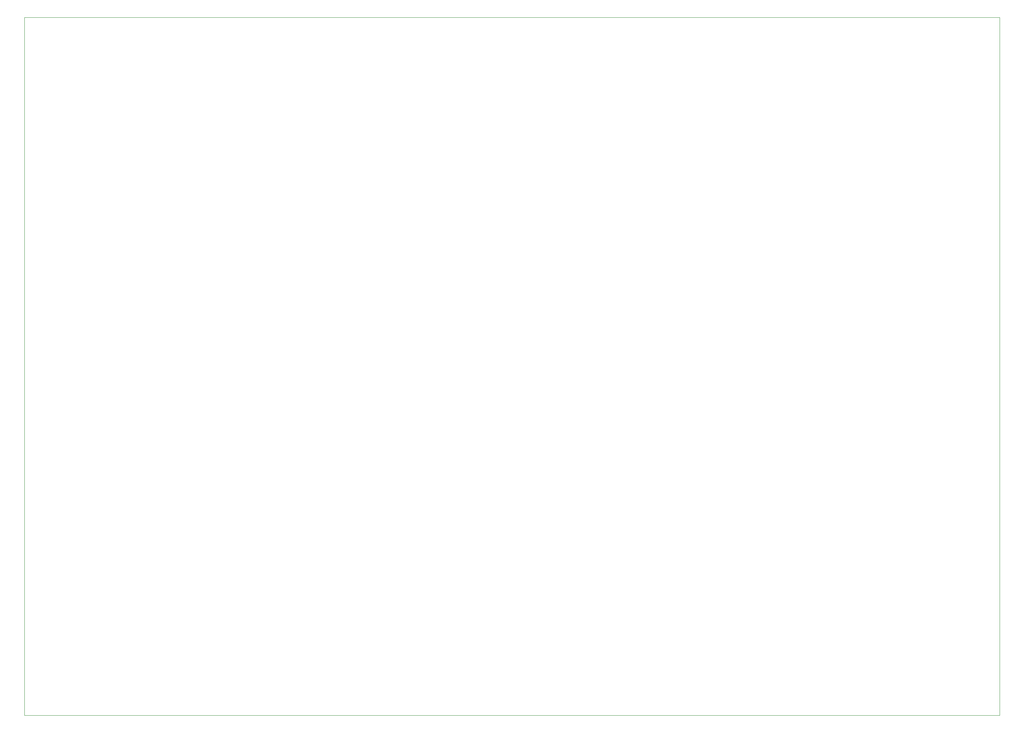
<source format=gbr>
%TF.GenerationSoftware,KiCad,Pcbnew,8.0.5*%
%TF.CreationDate,2024-11-10T12:33:03+05:30*%
%TF.ProjectId,base,62617365-2e6b-4696-9361-645f70636258,rev?*%
%TF.SameCoordinates,Original*%
%TF.FileFunction,Profile,NP*%
%FSLAX46Y46*%
G04 Gerber Fmt 4.6, Leading zero omitted, Abs format (unit mm)*
G04 Created by KiCad (PCBNEW 8.0.5) date 2024-11-10 12:33:03*
%MOMM*%
%LPD*%
G01*
G04 APERTURE LIST*
%TA.AperFunction,Profile*%
%ADD10C,0.050000*%
%TD*%
G04 APERTURE END LIST*
D10*
X254000000Y-17780000D02*
X254000000Y-177800000D01*
X30480000Y-177800000D02*
X30480000Y-17780000D01*
X30480000Y-17780000D02*
X254000000Y-17780000D01*
X30480000Y-177800000D02*
X254000000Y-177800000D01*
M02*

</source>
